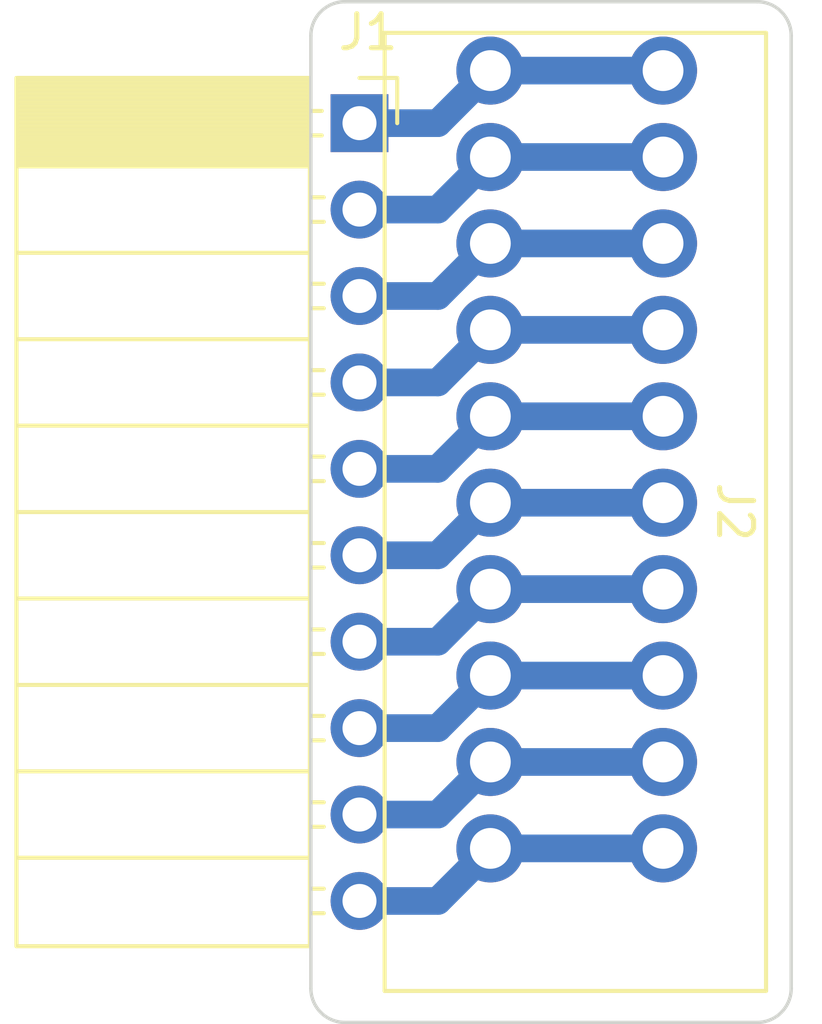
<source format=kicad_pcb>
(kicad_pcb (version 20221018) (generator pcbnew)
  (layers (0 "F.Cu" signal) (31 "B.Cu" signal) (34 "B.Paste" user) (35 "F.Paste" user) (36 "B.SilkS" user "B.Silkscreen") (37 "F.SilkS" user "F.Silkscreen") (38 "B.Mask" user) (39 "F.Mask" user) (44 "Edge.Cuts" user))
  (net 0 "")
  (net 1 "Net-(J1-Pin_1)")
  (net 2 "Net-(J1-Pin_2)")
  (net 3 "Net-(J1-Pin_3)")
  (net 4 "Net-(J1-Pin_4)")
  (net 5 "Net-(J1-Pin_5)")
  (net 6 "Net-(J1-Pin_6)")
  (net 7 "Net-(J1-Pin_7)")
  (net 8 "Net-(J1-Pin_8)")
  (net 9 "Net-(J1-Pin_9)")
  (net 10 "Net-(J1-Pin_10)")
  (footprint "Connector_PinSocket_2.54mm:PinSocket_1x10_P2.54mm_Horizontal" (layer "F.Cu") (at 138.43 75.57)
    (fp_text reference "J1" (at 0.254 -2.672) (layer "F.SilkS"))
    (fp_text value "Conn_01x10" hide)
    (fp_line (start -10.09 -1.33) (end -10.09 24.19) (stroke (width 0.12)) (layer "F.SilkS"))
    (fp_line (start -10.09 -1.33) (end -1.46 -1.33) (stroke (width 0.12)) (layer "F.SilkS"))
    (fp_line (start -10.09 -1.21) (end -1.46 -1.21) (stroke (width 0.12)) (layer "F.SilkS"))
    (fp_line (start -10.09 -1.091905) (end -1.46 -1.091905) (stroke (width 0.12)) (layer "F.SilkS"))
    (fp_line (start -10.09 -0.97381) (end -1.46 -0.97381) (stroke (width 0.12)) (layer "F.SilkS"))
    (fp_line (start -10.09 -0.855715) (end -1.46 -0.855715) (stroke (width 0.12)) (layer "F.SilkS"))
    (fp_line (start -10.09 -0.73762) (end -1.46 -0.73762) (stroke (width 0.12)) (layer "F.SilkS"))
    (fp_line (start -10.09 -0.619525) (end -1.46 -0.619525) (stroke (width 0.12)) (layer "F.SilkS"))
    (fp_line (start -10.09 -0.50143) (end -1.46 -0.50143) (stroke (width 0.12)) (layer "F.SilkS"))
    (fp_line (start -10.09 -0.383335) (end -1.46 -0.383335) (stroke (width 0.12)) (layer "F.SilkS"))
    (fp_line (start -10.09 -0.26524) (end -1.46 -0.26524) (stroke (width 0.12)) (layer "F.SilkS"))
    (fp_line (start -10.09 -0.147145) (end -1.46 -0.147145) (stroke (width 0.12)) (layer "F.SilkS"))
    (fp_line (start -10.09 -0.02905) (end -1.46 -0.02905) (stroke (width 0.12)) (layer "F.SilkS"))
    (fp_line (start -10.09 0.089045) (end -1.46 0.089045) (stroke (width 0.12)) (layer "F.SilkS"))
    (fp_line (start -10.09 0.20714) (end -1.46 0.20714) (stroke (width 0.12)) (layer "F.SilkS"))
    (fp_line (start -10.09 0.325235) (end -1.46 0.325235) (stroke (width 0.12)) (layer "F.SilkS"))
    (fp_line (start -10.09 0.44333) (end -1.46 0.44333) (stroke (width 0.12)) (layer "F.SilkS"))
    (fp_line (start -10.09 0.561425) (end -1.46 0.561425) (stroke (width 0.12)) (layer "F.SilkS"))
    (fp_line (start -10.09 0.67952) (end -1.46 0.67952) (stroke (width 0.12)) (layer "F.SilkS"))
    (fp_line (start -10.09 0.797615) (end -1.46 0.797615) (stroke (width 0.12)) (layer "F.SilkS"))
    (fp_line (start -10.09 0.91571) (end -1.46 0.91571) (stroke (width 0.12)) (layer "F.SilkS"))
    (fp_line (start -10.09 1.033805) (end -1.46 1.033805) (stroke (width 0.12)) (layer "F.SilkS"))
    (fp_line (start -10.09 1.1519) (end -1.46 1.1519) (stroke (width 0.12)) (layer "F.SilkS"))
    (fp_line (start -10.09 1.27) (end -1.46 1.27) (stroke (width 0.12)) (layer "F.SilkS"))
    (fp_line (start -10.09 3.81) (end -1.46 3.81) (stroke (width 0.12)) (layer "F.SilkS"))
    (fp_line (start -10.09 6.35) (end -1.46 6.35) (stroke (width 0.12)) (layer "F.SilkS"))
    (fp_line (start -10.09 8.89) (end -1.46 8.89) (stroke (width 0.12)) (layer "F.SilkS"))
    (fp_line (start -10.09 11.43) (end -1.46 11.43) (stroke (width 0.12)) (layer "F.SilkS"))
    (fp_line (start -10.09 13.97) (end -1.46 13.97) (stroke (width 0.12)) (layer "F.SilkS"))
    (fp_line (start -10.09 16.51) (end -1.46 16.51) (stroke (width 0.12)) (layer "F.SilkS"))
    (fp_line (start -10.09 19.05) (end -1.46 19.05) (stroke (width 0.12)) (layer "F.SilkS"))
    (fp_line (start -10.09 21.59) (end -1.46 21.59) (stroke (width 0.12)) (layer "F.SilkS"))
    (fp_line (start -10.09 24.19) (end -1.46 24.19) (stroke (width 0.12)) (layer "F.SilkS"))
    (fp_line (start -1.46 -1.33) (end -1.46 24.19) (stroke (width 0.12)) (layer "F.SilkS"))
    (fp_line (start -1.46 -0.36) (end -1.11 -0.36) (stroke (width 0.12)) (layer "F.SilkS"))
    (fp_line (start -1.46 0.36) (end -1.11 0.36) (stroke (width 0.12)) (layer "F.SilkS"))
    (fp_line (start -1.46 2.18) (end -1.05 2.18) (stroke (width 0.12)) (layer "F.SilkS"))
    (fp_line (start -1.46 2.9) (end -1.05 2.9) (stroke (width 0.12)) (layer "F.SilkS"))
    (fp_line (start -1.46 4.72) (end -1.05 4.72) (stroke (width 0.12)) (layer "F.SilkS"))
    (fp_line (start -1.46 5.44) (end -1.05 5.44) (stroke (width 0.12)) (layer "F.SilkS"))
    (fp_line (start -1.46 7.26) (end -1.05 7.26) (stroke (width 0.12)) (layer "F.SilkS"))
    (fp_line (start -1.46 7.98) (end -1.05 7.98) (stroke (width 0.12)) (layer "F.SilkS"))
    (fp_line (start -1.46 9.8) (end -1.05 9.8) (stroke (width 0.12)) (layer "F.SilkS"))
    (fp_line (start -1.46 10.52) (end -1.05 10.52) (stroke (width 0.12)) (layer "F.SilkS"))
    (fp_line (start -1.46 12.34) (end -1.05 12.34) (stroke (width 0.12)) (layer "F.SilkS"))
    (fp_line (start -1.46 13.06) (end -1.05 13.06) (stroke (width 0.12)) (layer "F.SilkS"))
    (fp_line (start -1.46 14.88) (end -1.05 14.88) (stroke (width 0.12)) (layer "F.SilkS"))
    (fp_line (start -1.46 15.6) (end -1.05 15.6) (stroke (width 0.12)) (layer "F.SilkS"))
    (fp_line (start -1.46 17.42) (end -1.05 17.42) (stroke (width 0.12)) (layer "F.SilkS"))
    (fp_line (start -1.46 18.14) (end -1.05 18.14) (stroke (width 0.12)) (layer "F.SilkS"))
    (fp_line (start -1.46 19.96) (end -1.05 19.96) (stroke (width 0.12)) (layer "F.SilkS"))
    (fp_line (start -1.46 20.68) (end -1.05 20.68) (stroke (width 0.12)) (layer "F.SilkS"))
    (fp_line (start -1.46 22.5) (end -1.05 22.5) (stroke (width 0.12)) (layer "F.SilkS"))
    (fp_line (start -1.46 23.22) (end -1.05 23.22) (stroke (width 0.12)) (layer "F.SilkS"))
    (fp_line (start 0 -1.33) (end 1.11 -1.33) (stroke (width 0.12)) (layer "F.SilkS"))
    (fp_line (start 1.11 -1.33) (end 1.11 0) (stroke (width 0.12)) (layer "F.SilkS"))
    (pad "1" thru_hole rect (at 0 0) (size 1.7 1.7) (drill 1) (layers "*.Cu" "*.Mask") (net 1 "Net-(J1-Pin_1)"))
    (pad "2" thru_hole oval (at 0 2.54) (size 1.7 1.7) (drill 1) (layers "*.Cu" "*.Mask") (net 2 "Net-(J1-Pin_2)"))
    (pad "3" thru_hole oval (at 0 5.08) (size 1.7 1.7) (drill 1) (layers "*.Cu" "*.Mask") (net 3 "Net-(J1-Pin_3)"))
    (pad "4" thru_hole oval (at 0 7.62) (size 1.7 1.7) (drill 1) (layers "*.Cu" "*.Mask") (net 4 "Net-(J1-Pin_4)"))
    (pad "5" thru_hole oval (at 0 10.16) (size 1.7 1.7) (drill 1) (layers "*.Cu" "*.Mask") (net 5 "Net-(J1-Pin_5)"))
    (pad "6" thru_hole oval (at 0 12.7) (size 1.7 1.7) (drill 1) (layers "*.Cu" "*.Mask") (net 6 "Net-(J1-Pin_6)"))
    (pad "7" thru_hole oval (at 0 15.24) (size 1.7 1.7) (drill 1) (layers "*.Cu" "*.Mask") (net 7 "Net-(J1-Pin_7)"))
    (pad "8" thru_hole oval (at 0 17.78) (size 1.7 1.7) (drill 1) (layers "*.Cu" "*.Mask") (net 8 "Net-(J1-Pin_8)"))
    (pad "9" thru_hole oval (at 0 20.32) (size 1.7 1.7) (drill 1) (layers "*.Cu" "*.Mask") (net 9 "Net-(J1-Pin_9)"))
    (pad "10" thru_hole oval (at 0 22.86) (size 1.7 1.7) (drill 1) (layers "*.Cu" "*.Mask") (net 10 "Net-(J1-Pin_10)"))
  )
  (footprint "dp_connector:wago_kf141v_2.54" (layer "F.Cu") (at 144.78 86.995 -90)
    (fp_text reference "J2" (at 0 -4.699 -90 unlocked) (layer "F.SilkS"))
    (fp_text value "Conn_01x10")
    (fp_line (start -14.08 -5.61) (end -14.08 5.61) (stroke (width 0.12)) (layer "F.SilkS"))
    (fp_line (start -14.08 -5.61) (end 14.08 -5.61) (stroke (width 0.12)) (layer "F.SilkS"))
    (fp_line (start -14.08 5.61) (end 14.08 5.61) (stroke (width 0.12)) (layer "F.SilkS"))
    (fp_line (start 14.08 -5.61) (end 14.08 5.61) (stroke (width 0.12)) (layer "F.SilkS"))
    (pad "1" thru_hole circle (at -12.97 -2.58 270) (size 2 2) (drill 1.2) (layers "*.Cu" "*.Mask") (net 1 "Net-(J1-Pin_1)"))
    (pad "1" thru_hole circle (at -12.97 2.5 270) (size 2 2) (drill 1.2) (layers "*.Cu" "*.Mask") (net 1 "Net-(J1-Pin_1)"))
    (pad "2" thru_hole circle (at -10.43 -2.58 270) (size 2 2) (drill 1.2) (layers "*.Cu" "*.Mask") (net 2 "Net-(J1-Pin_2)"))
    (pad "2" thru_hole circle (at -10.43 2.5 270) (size 2 2) (drill 1.2) (layers "*.Cu" "*.Mask") (net 2 "Net-(J1-Pin_2)"))
    (pad "3" thru_hole circle (at -7.89 -2.58 270) (size 2 2) (drill 1.2) (layers "*.Cu" "*.Mask") (net 3 "Net-(J1-Pin_3)"))
    (pad "3" thru_hole circle (at -7.89 2.5 270) (size 2 2) (drill 1.2) (layers "*.Cu" "*.Mask") (net 3 "Net-(J1-Pin_3)"))
    (pad "4" thru_hole circle (at -5.35 -2.58 270) (size 2 2) (drill 1.2) (layers "*.Cu" "*.Mask") (net 4 "Net-(J1-Pin_4)"))
    (pad "4" thru_hole circle (at -5.35 2.5 270) (size 2 2) (drill 1.2) (layers "*.Cu" "*.Mask") (net 4 "Net-(J1-Pin_4)"))
    (pad "5" thru_hole circle (at -2.81 -2.58 270) (size 2 2) (drill 1.2) (layers "*.Cu" "*.Mask") (net 5 "Net-(J1-Pin_5)"))
    (pad "5" thru_hole circle (at -2.81 2.5 270) (size 2 2) (drill 1.2) (layers "*.Cu" "*.Mask") (net 5 "Net-(J1-Pin_5)"))
    (pad "6" thru_hole circle (at -0.27 -2.58 270) (size 2 2) (drill 1.2) (layers "*.Cu" "*.Mask") (net 6 "Net-(J1-Pin_6)"))
    (pad "6" thru_hole circle (at -0.27 2.5 270) (size 2 2) (drill 1.2) (layers "*.Cu" "*.Mask") (net 6 "Net-(J1-Pin_6)"))
    (pad "7" thru_hole circle (at 2.27 -2.58 270) (size 2 2) (drill 1.2) (layers "*.Cu" "*.Mask") (net 7 "Net-(J1-Pin_7)"))
    (pad "7" thru_hole circle (at 2.27 2.5 270) (size 2 2) (drill 1.2) (layers "*.Cu" "*.Mask") (net 7 "Net-(J1-Pin_7)"))
    (pad "8" thru_hole circle (at 4.81 -2.58 270) (size 2 2) (drill 1.2) (layers "*.Cu" "*.Mask") (net 8 "Net-(J1-Pin_8)"))
    (pad "8" thru_hole circle (at 4.81 2.5 270) (size 2 2) (drill 1.2) (layers "*.Cu" "*.Mask") (net 8 "Net-(J1-Pin_8)"))
    (pad "9" thru_hole circle (at 7.35 -2.58 270) (size 2 2) (drill 1.2) (layers "*.Cu" "*.Mask") (net 9 "Net-(J1-Pin_9)"))
    (pad "9" thru_hole circle (at 7.35 2.5 270) (size 2 2) (drill 1.2) (layers "*.Cu" "*.Mask") (net 9 "Net-(J1-Pin_9)"))
    (pad "10" thru_hole circle (at 9.89 -2.58 270) (size 2 2) (drill 1.2) (layers "*.Cu" "*.Mask") (net 10 "Net-(J1-Pin_10)"))
    (pad "10" thru_hole circle (at 9.89 2.5 270) (size 2 2) (drill 1.2) (layers "*.Cu" "*.Mask") (net 10 "Net-(J1-Pin_10)"))
  )
  (gr_line (start 138 72) (end 150.13 72) (stroke (width 0.1)) (layer "Edge.Cuts"))
  (gr_line (start 138 102) (end 150.13 102) (stroke (width 0.1)) (layer "Edge.Cuts"))
  (gr_line (start 137 73) (end 137 101) (stroke (width 0.1)) (layer "Edge.Cuts"))
  (gr_arc (start 151.13 101) (mid 150.837107 101.707107) (end 150.13 102) (stroke (width 0.1)) (layer "Edge.Cuts"))
  (gr_arc (start 150.13 72) (mid 150.837107 72.292893) (end 151.13 73) (stroke (width 0.1)) (layer "Edge.Cuts"))
  (gr_line (start 151.13 73) (end 151.13 101) (stroke (width 0.1)) (layer "Edge.Cuts"))
  (gr_arc (start 138 102) (mid 137.292893 101.707107) (end 137 101) (stroke (width 0.1)) (layer "Edge.Cuts"))
  (gr_arc (start 137 73) (mid 137.292893 72.292893) (end 138 72) (stroke (width 0.1)) (layer "Edge.Cuts"))
  (segment (start 142.28 74.025) (end 147.36 74.025) (width 0.8128) (layer "B.Cu") (net 1))
  (segment (start 140.735 75.57) (end 142.28 74.025) (width 0.8128) (layer "B.Cu") (net 1))
  (segment (start 138.43 75.57) (end 140.735 75.57) (width 0.8128) (layer "B.Cu") (net 1))
  (segment (start 142.28 76.565) (end 147.36 76.565) (width 0.8128) (layer "B.Cu") (net 2))
  (segment (start 140.735 78.11) (end 142.28 76.565) (width 0.8128) (layer "B.Cu") (net 2))
  (segment (start 138.43 78.11) (end 140.735 78.11) (width 0.8128) (layer "B.Cu") (net 2))
  (segment (start 140.735 80.65) (end 142.28 79.105) (width 0.8128) (layer "B.Cu") (net 3))
  (segment (start 147.36 79.105) (end 142.28 79.105) (width 0.8128) (layer "B.Cu") (net 3))
  (segment (start 138.43 80.65) (end 140.735 80.65) (width 0.8128) (layer "B.Cu") (net 3))
  (segment (start 138.43 83.19) (end 140.735 83.19) (width 0.8128) (layer "B.Cu") (net 4))
  (segment (start 140.735 83.19) (end 142.28 81.645) (width 0.8128) (layer "B.Cu") (net 4))
  (segment (start 142.28 81.645) (end 147.36 81.645) (width 0.8128) (layer "B.Cu") (net 4))
  (segment (start 140.735 85.73) (end 142.28 84.185) (width 0.8128) (layer "B.Cu") (net 5))
  (segment (start 147.36 84.185) (end 142.28 84.185) (width 0.8128) (layer "B.Cu") (net 5))
  (segment (start 138.43 85.73) (end 140.735 85.73) (width 0.8128) (layer "B.Cu") (net 5))
  (segment (start 138.43 88.27) (end 140.735 88.27) (width 0.8128) (layer "B.Cu") (net 6))
  (segment (start 142.28 86.725) (end 147.36 86.725) (width 0.8128) (layer "B.Cu") (net 6))
  (segment (start 140.735 88.27) (end 142.28 86.725) (width 0.8128) (layer "B.Cu") (net 6))
  (segment (start 147.36 89.265) (end 142.28 89.265) (width 0.8128) (layer "B.Cu") (net 7))
  (segment (start 140.735 90.81) (end 142.28 89.265) (width 0.8128) (layer "B.Cu") (net 7))
  (segment (start 138.43 90.81) (end 140.735 90.81) (width 0.8128) (layer "B.Cu") (net 7))
  (segment (start 138.43 93.35) (end 140.735 93.35) (width 0.8128) (layer "B.Cu") (net 8))
  (segment (start 142.28 91.805) (end 147.36 91.805) (width 0.8128) (layer "B.Cu") (net 8))
  (segment (start 140.735 93.35) (end 142.28 91.805) (width 0.8128) (layer "B.Cu") (net 8))
  (segment (start 147.36 94.345) (end 142.28 94.345) (width 0.8128) (layer "B.Cu") (net 9))
  (segment (start 140.735 95.89) (end 142.28 94.345) (width 0.8128) (layer "B.Cu") (net 9))
  (segment (start 138.43 95.89) (end 140.735 95.89) (width 0.8128) (layer "B.Cu") (net 9))
  (segment (start 138.43 98.43) (end 140.735 98.43) (width 0.8128) (layer "B.Cu") (net 10))
  (segment (start 140.735 98.43) (end 142.28 96.885) (width 0.8128) (layer "B.Cu") (net 10))
  (segment (start 142.28 96.885) (end 147.36 96.885) (width 0.8128) (layer "B.Cu") (net 10))
)
</source>
